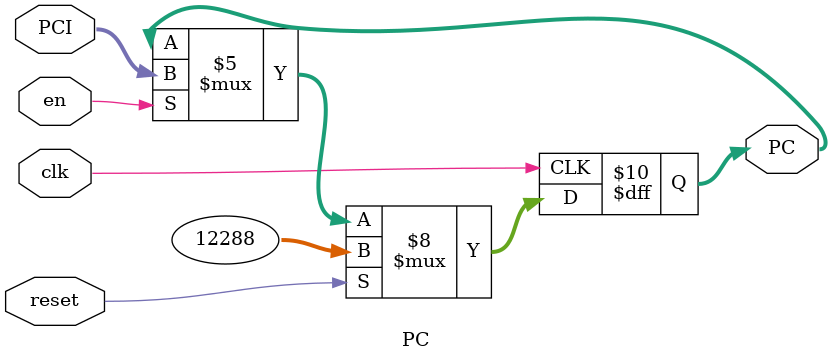
<source format=v>
`timescale 1ns / 1ps
module PC(
	input clk,
	input reset,
	input en,
    input [31:0] PCI,
    output reg [31:0] PC
    );
	
	initial begin
		PC = 32'h00003000;
	end
	
	always @(posedge clk) begin
		if (reset ==1) begin
			PC <= 32'h00003000;
		end
		else if (en==1) begin
			PC <= PCI;
		end
	end

endmodule


</source>
